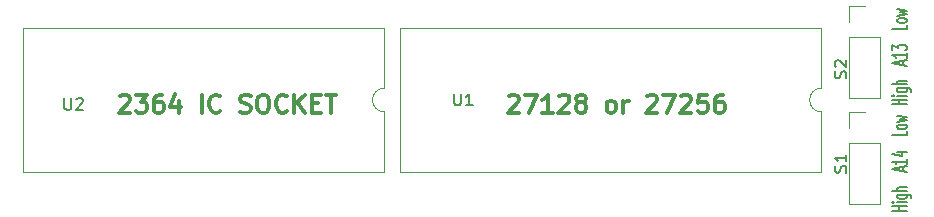
<source format=gto>
G04 #@! TF.GenerationSoftware,KiCad,Pcbnew,(5.1.9)-1*
G04 #@! TF.CreationDate,2022-11-26T13:47:33+09:00*
G04 #@! TF.ProjectId,ROM_SOCKET,524f4d5f-534f-4434-9b45-542e6b696361,rev?*
G04 #@! TF.SameCoordinates,PX53920b0PYad82f20*
G04 #@! TF.FileFunction,Legend,Top*
G04 #@! TF.FilePolarity,Positive*
%FSLAX46Y46*%
G04 Gerber Fmt 4.6, Leading zero omitted, Abs format (unit mm)*
G04 Created by KiCad (PCBNEW (5.1.9)-1) date 2022-11-26 13:47:33*
%MOMM*%
%LPD*%
G01*
G04 APERTURE LIST*
%ADD10C,0.175000*%
%ADD11C,0.300000*%
%ADD12C,0.120000*%
%ADD13C,0.150000*%
G04 APERTURE END LIST*
D10*
X76542857Y2000000D02*
X75342857Y2000000D01*
X75914285Y2000000D02*
X75914285Y2400000D01*
X76542857Y2400000D02*
X75342857Y2400000D01*
X76542857Y2733334D02*
X75742857Y2733334D01*
X75342857Y2733334D02*
X75400000Y2700000D01*
X75457142Y2733334D01*
X75400000Y2766667D01*
X75342857Y2733334D01*
X75457142Y2733334D01*
X75742857Y3366667D02*
X76714285Y3366667D01*
X76828571Y3333334D01*
X76885714Y3300000D01*
X76942857Y3233334D01*
X76942857Y3133334D01*
X76885714Y3066667D01*
X76485714Y3366667D02*
X76542857Y3300000D01*
X76542857Y3166667D01*
X76485714Y3100000D01*
X76428571Y3066667D01*
X76314285Y3033334D01*
X75971428Y3033334D01*
X75857142Y3066667D01*
X75800000Y3100000D01*
X75742857Y3166667D01*
X75742857Y3300000D01*
X75800000Y3366667D01*
X76542857Y3700000D02*
X75342857Y3700000D01*
X76542857Y4000000D02*
X75914285Y4000000D01*
X75800000Y3966667D01*
X75742857Y3900000D01*
X75742857Y3800000D01*
X75800000Y3733334D01*
X75857142Y3700000D01*
X76200000Y5366667D02*
X76200000Y5700000D01*
X76542857Y5300000D02*
X75342857Y5533334D01*
X76542857Y5766667D01*
X76542857Y6366667D02*
X76542857Y5966667D01*
X76542857Y6166667D02*
X75342857Y6166667D01*
X75514285Y6100000D01*
X75628571Y6033334D01*
X75685714Y5966667D01*
X75742857Y6966667D02*
X76542857Y6966667D01*
X75285714Y6800000D02*
X76142857Y6633334D01*
X76142857Y7066667D01*
X76542857Y8733334D02*
X76542857Y8400000D01*
X75342857Y8400000D01*
X76542857Y9066667D02*
X76485714Y9000000D01*
X76428571Y8966667D01*
X76314285Y8933334D01*
X75971428Y8933334D01*
X75857142Y8966667D01*
X75800000Y9000000D01*
X75742857Y9066667D01*
X75742857Y9166667D01*
X75800000Y9233334D01*
X75857142Y9266667D01*
X75971428Y9300000D01*
X76314285Y9300000D01*
X76428571Y9266667D01*
X76485714Y9233334D01*
X76542857Y9166667D01*
X76542857Y9066667D01*
X75742857Y9533334D02*
X76542857Y9666667D01*
X75971428Y9800000D01*
X76542857Y9933334D01*
X75742857Y10066667D01*
X76542857Y11000000D02*
X75342857Y11000000D01*
X75914285Y11000000D02*
X75914285Y11400000D01*
X76542857Y11400000D02*
X75342857Y11400000D01*
X76542857Y11733334D02*
X75742857Y11733334D01*
X75342857Y11733334D02*
X75400000Y11700000D01*
X75457142Y11733334D01*
X75400000Y11766667D01*
X75342857Y11733334D01*
X75457142Y11733334D01*
X75742857Y12366667D02*
X76714285Y12366667D01*
X76828571Y12333334D01*
X76885714Y12300000D01*
X76942857Y12233334D01*
X76942857Y12133334D01*
X76885714Y12066667D01*
X76485714Y12366667D02*
X76542857Y12300000D01*
X76542857Y12166667D01*
X76485714Y12100000D01*
X76428571Y12066667D01*
X76314285Y12033334D01*
X75971428Y12033334D01*
X75857142Y12066667D01*
X75800000Y12100000D01*
X75742857Y12166667D01*
X75742857Y12300000D01*
X75800000Y12366667D01*
X76542857Y12700000D02*
X75342857Y12700000D01*
X76542857Y13000000D02*
X75914285Y13000000D01*
X75800000Y12966667D01*
X75742857Y12900000D01*
X75742857Y12800000D01*
X75800000Y12733334D01*
X75857142Y12700000D01*
X76200000Y14366667D02*
X76200000Y14700000D01*
X76542857Y14300000D02*
X75342857Y14533334D01*
X76542857Y14766667D01*
X76542857Y15366667D02*
X76542857Y14966667D01*
X76542857Y15166667D02*
X75342857Y15166667D01*
X75514285Y15100000D01*
X75628571Y15033334D01*
X75685714Y14966667D01*
X75342857Y15600000D02*
X75342857Y16033334D01*
X75800000Y15800000D01*
X75800000Y15900000D01*
X75857142Y15966667D01*
X75914285Y16000000D01*
X76028571Y16033334D01*
X76314285Y16033334D01*
X76428571Y16000000D01*
X76485714Y15966667D01*
X76542857Y15900000D01*
X76542857Y15700000D01*
X76485714Y15633334D01*
X76428571Y15600000D01*
X76542857Y17733334D02*
X76542857Y17400000D01*
X75342857Y17400000D01*
X76542857Y18066667D02*
X76485714Y18000000D01*
X76428571Y17966667D01*
X76314285Y17933334D01*
X75971428Y17933334D01*
X75857142Y17966667D01*
X75800000Y18000000D01*
X75742857Y18066667D01*
X75742857Y18166667D01*
X75800000Y18233334D01*
X75857142Y18266667D01*
X75971428Y18300000D01*
X76314285Y18300000D01*
X76428571Y18266667D01*
X76485714Y18233334D01*
X76542857Y18166667D01*
X76542857Y18066667D01*
X75742857Y18533334D02*
X76542857Y18666667D01*
X75971428Y18800000D01*
X76542857Y18933334D01*
X75742857Y19066667D01*
D11*
X42857142Y11678572D02*
X42928571Y11750000D01*
X43071428Y11821429D01*
X43428571Y11821429D01*
X43571428Y11750000D01*
X43642857Y11678572D01*
X43714285Y11535715D01*
X43714285Y11392858D01*
X43642857Y11178572D01*
X42785714Y10321429D01*
X43714285Y10321429D01*
X44214285Y11821429D02*
X45214285Y11821429D01*
X44571428Y10321429D01*
X46571428Y10321429D02*
X45714285Y10321429D01*
X46142857Y10321429D02*
X46142857Y11821429D01*
X46000000Y11607143D01*
X45857142Y11464286D01*
X45714285Y11392858D01*
X47142857Y11678572D02*
X47214285Y11750000D01*
X47357142Y11821429D01*
X47714285Y11821429D01*
X47857142Y11750000D01*
X47928571Y11678572D01*
X48000000Y11535715D01*
X48000000Y11392858D01*
X47928571Y11178572D01*
X47071428Y10321429D01*
X48000000Y10321429D01*
X48857142Y11178572D02*
X48714285Y11250000D01*
X48642857Y11321429D01*
X48571428Y11464286D01*
X48571428Y11535715D01*
X48642857Y11678572D01*
X48714285Y11750000D01*
X48857142Y11821429D01*
X49142857Y11821429D01*
X49285714Y11750000D01*
X49357142Y11678572D01*
X49428571Y11535715D01*
X49428571Y11464286D01*
X49357142Y11321429D01*
X49285714Y11250000D01*
X49142857Y11178572D01*
X48857142Y11178572D01*
X48714285Y11107143D01*
X48642857Y11035715D01*
X48571428Y10892858D01*
X48571428Y10607143D01*
X48642857Y10464286D01*
X48714285Y10392858D01*
X48857142Y10321429D01*
X49142857Y10321429D01*
X49285714Y10392858D01*
X49357142Y10464286D01*
X49428571Y10607143D01*
X49428571Y10892858D01*
X49357142Y11035715D01*
X49285714Y11107143D01*
X49142857Y11178572D01*
X51428571Y10321429D02*
X51285714Y10392858D01*
X51214285Y10464286D01*
X51142857Y10607143D01*
X51142857Y11035715D01*
X51214285Y11178572D01*
X51285714Y11250000D01*
X51428571Y11321429D01*
X51642857Y11321429D01*
X51785714Y11250000D01*
X51857142Y11178572D01*
X51928571Y11035715D01*
X51928571Y10607143D01*
X51857142Y10464286D01*
X51785714Y10392858D01*
X51642857Y10321429D01*
X51428571Y10321429D01*
X52571428Y10321429D02*
X52571428Y11321429D01*
X52571428Y11035715D02*
X52642857Y11178572D01*
X52714285Y11250000D01*
X52857142Y11321429D01*
X53000000Y11321429D01*
X54571428Y11678572D02*
X54642857Y11750000D01*
X54785714Y11821429D01*
X55142857Y11821429D01*
X55285714Y11750000D01*
X55357142Y11678572D01*
X55428571Y11535715D01*
X55428571Y11392858D01*
X55357142Y11178572D01*
X54500000Y10321429D01*
X55428571Y10321429D01*
X55928571Y11821429D02*
X56928571Y11821429D01*
X56285714Y10321429D01*
X57428571Y11678572D02*
X57500000Y11750000D01*
X57642857Y11821429D01*
X58000000Y11821429D01*
X58142857Y11750000D01*
X58214285Y11678572D01*
X58285714Y11535715D01*
X58285714Y11392858D01*
X58214285Y11178572D01*
X57357142Y10321429D01*
X58285714Y10321429D01*
X59642857Y11821429D02*
X58928571Y11821429D01*
X58857142Y11107143D01*
X58928571Y11178572D01*
X59071428Y11250000D01*
X59428571Y11250000D01*
X59571428Y11178572D01*
X59642857Y11107143D01*
X59714285Y10964286D01*
X59714285Y10607143D01*
X59642857Y10464286D01*
X59571428Y10392858D01*
X59428571Y10321429D01*
X59071428Y10321429D01*
X58928571Y10392858D01*
X58857142Y10464286D01*
X61000000Y11821429D02*
X60714285Y11821429D01*
X60571428Y11750000D01*
X60500000Y11678572D01*
X60357142Y11464286D01*
X60285714Y11178572D01*
X60285714Y10607143D01*
X60357142Y10464286D01*
X60428571Y10392858D01*
X60571428Y10321429D01*
X60857142Y10321429D01*
X61000000Y10392858D01*
X61071428Y10464286D01*
X61142857Y10607143D01*
X61142857Y10964286D01*
X61071428Y11107143D01*
X61000000Y11178572D01*
X60857142Y11250000D01*
X60571428Y11250000D01*
X60428571Y11178572D01*
X60357142Y11107143D01*
X60285714Y10964286D01*
X9928571Y11678572D02*
X9999999Y11750000D01*
X10142857Y11821429D01*
X10499999Y11821429D01*
X10642857Y11750000D01*
X10714285Y11678572D01*
X10785714Y11535715D01*
X10785714Y11392858D01*
X10714285Y11178572D01*
X9857142Y10321429D01*
X10785714Y10321429D01*
X11285714Y11821429D02*
X12214285Y11821429D01*
X11714285Y11250000D01*
X11928571Y11250000D01*
X12071428Y11178572D01*
X12142857Y11107143D01*
X12214285Y10964286D01*
X12214285Y10607143D01*
X12142857Y10464286D01*
X12071428Y10392858D01*
X11928571Y10321429D01*
X11499999Y10321429D01*
X11357142Y10392858D01*
X11285714Y10464286D01*
X13499999Y11821429D02*
X13214285Y11821429D01*
X13071428Y11750000D01*
X12999999Y11678572D01*
X12857142Y11464286D01*
X12785714Y11178572D01*
X12785714Y10607143D01*
X12857142Y10464286D01*
X12928571Y10392858D01*
X13071428Y10321429D01*
X13357142Y10321429D01*
X13499999Y10392858D01*
X13571428Y10464286D01*
X13642857Y10607143D01*
X13642857Y10964286D01*
X13571428Y11107143D01*
X13499999Y11178572D01*
X13357142Y11250000D01*
X13071428Y11250000D01*
X12928571Y11178572D01*
X12857142Y11107143D01*
X12785714Y10964286D01*
X14928571Y11321429D02*
X14928571Y10321429D01*
X14571428Y11892858D02*
X14214285Y10821429D01*
X15142857Y10821429D01*
X16857142Y10321429D02*
X16857142Y11821429D01*
X18428571Y10464286D02*
X18357142Y10392858D01*
X18142857Y10321429D01*
X17999999Y10321429D01*
X17785714Y10392858D01*
X17642857Y10535715D01*
X17571428Y10678572D01*
X17499999Y10964286D01*
X17499999Y11178572D01*
X17571428Y11464286D01*
X17642857Y11607143D01*
X17785714Y11750000D01*
X17999999Y11821429D01*
X18142857Y11821429D01*
X18357142Y11750000D01*
X18428571Y11678572D01*
X20142857Y10392858D02*
X20357142Y10321429D01*
X20714285Y10321429D01*
X20857142Y10392858D01*
X20928571Y10464286D01*
X20999999Y10607143D01*
X20999999Y10750000D01*
X20928571Y10892858D01*
X20857142Y10964286D01*
X20714285Y11035715D01*
X20428571Y11107143D01*
X20285714Y11178572D01*
X20214285Y11250000D01*
X20142857Y11392858D01*
X20142857Y11535715D01*
X20214285Y11678572D01*
X20285714Y11750000D01*
X20428571Y11821429D01*
X20785714Y11821429D01*
X20999999Y11750000D01*
X21928571Y11821429D02*
X22214285Y11821429D01*
X22357142Y11750000D01*
X22499999Y11607143D01*
X22571428Y11321429D01*
X22571428Y10821429D01*
X22499999Y10535715D01*
X22357142Y10392858D01*
X22214285Y10321429D01*
X21928571Y10321429D01*
X21785714Y10392858D01*
X21642857Y10535715D01*
X21571428Y10821429D01*
X21571428Y11321429D01*
X21642857Y11607143D01*
X21785714Y11750000D01*
X21928571Y11821429D01*
X24071428Y10464286D02*
X23999999Y10392858D01*
X23785714Y10321429D01*
X23642857Y10321429D01*
X23428571Y10392858D01*
X23285714Y10535715D01*
X23214285Y10678572D01*
X23142857Y10964286D01*
X23142857Y11178572D01*
X23214285Y11464286D01*
X23285714Y11607143D01*
X23428571Y11750000D01*
X23642857Y11821429D01*
X23785714Y11821429D01*
X23999999Y11750000D01*
X24071428Y11678572D01*
X24714285Y10321429D02*
X24714285Y11821429D01*
X25571428Y10321429D02*
X24928571Y11178572D01*
X25571428Y11821429D02*
X24714285Y10964286D01*
X26214285Y11107143D02*
X26714285Y11107143D01*
X26928571Y10321429D02*
X26214285Y10321429D01*
X26214285Y11821429D01*
X26928571Y11821429D01*
X27357142Y11821429D02*
X28214285Y11821429D01*
X27785714Y10321429D02*
X27785714Y11821429D01*
D12*
X71670000Y10330000D02*
X73000000Y10330000D01*
X71670000Y9000000D02*
X71670000Y10330000D01*
X71670000Y7730000D02*
X74330000Y7730000D01*
X74330000Y7730000D02*
X74330000Y2590000D01*
X71670000Y7730000D02*
X71670000Y2590000D01*
X71670000Y2590000D02*
X74330000Y2590000D01*
X71670000Y11590000D02*
X74330000Y11590000D01*
X71670000Y16730000D02*
X71670000Y11590000D01*
X74330000Y16730000D02*
X74330000Y11590000D01*
X71670000Y16730000D02*
X74330000Y16730000D01*
X71670000Y18000000D02*
X71670000Y19330000D01*
X71670000Y19330000D02*
X73000000Y19330000D01*
X69330000Y12380000D02*
X69330000Y17440000D01*
X69330000Y17440000D02*
X33650000Y17440000D01*
X33650000Y17440000D02*
X33650000Y5320000D01*
X33650000Y5320000D02*
X69330000Y5320000D01*
X69330000Y5320000D02*
X69330000Y10380000D01*
X69330000Y10380000D02*
G75*
G02*
X69330000Y12380000I0J1000000D01*
G01*
X32330000Y12380000D02*
X32330000Y17440000D01*
X32330000Y17440000D02*
X1730000Y17440000D01*
X1730000Y17440000D02*
X1730000Y5320000D01*
X1730000Y5320000D02*
X32330000Y5320000D01*
X32330000Y5320000D02*
X32330000Y10380000D01*
X32330000Y10380000D02*
G75*
G02*
X32330000Y12380000I0J1000000D01*
G01*
D13*
X71404761Y5238096D02*
X71452380Y5380953D01*
X71452380Y5619048D01*
X71404761Y5714286D01*
X71357142Y5761905D01*
X71261904Y5809524D01*
X71166666Y5809524D01*
X71071428Y5761905D01*
X71023809Y5714286D01*
X70976190Y5619048D01*
X70928571Y5428572D01*
X70880952Y5333334D01*
X70833333Y5285715D01*
X70738095Y5238096D01*
X70642857Y5238096D01*
X70547619Y5285715D01*
X70500000Y5333334D01*
X70452380Y5428572D01*
X70452380Y5666667D01*
X70500000Y5809524D01*
X71452380Y6761905D02*
X71452380Y6190477D01*
X71452380Y6476191D02*
X70452380Y6476191D01*
X70595238Y6380953D01*
X70690476Y6285715D01*
X70738095Y6190477D01*
X71404761Y13238096D02*
X71452380Y13380953D01*
X71452380Y13619048D01*
X71404761Y13714286D01*
X71357142Y13761905D01*
X71261904Y13809524D01*
X71166666Y13809524D01*
X71071428Y13761905D01*
X71023809Y13714286D01*
X70976190Y13619048D01*
X70928571Y13428572D01*
X70880952Y13333334D01*
X70833333Y13285715D01*
X70738095Y13238096D01*
X70642857Y13238096D01*
X70547619Y13285715D01*
X70500000Y13333334D01*
X70452380Y13428572D01*
X70452380Y13666667D01*
X70500000Y13809524D01*
X70547619Y14190477D02*
X70500000Y14238096D01*
X70452380Y14333334D01*
X70452380Y14571429D01*
X70500000Y14666667D01*
X70547619Y14714286D01*
X70642857Y14761905D01*
X70738095Y14761905D01*
X70880952Y14714286D01*
X71452380Y14142858D01*
X71452380Y14761905D01*
X38238095Y11927620D02*
X38238095Y11118096D01*
X38285714Y11022858D01*
X38333333Y10975239D01*
X38428571Y10927620D01*
X38619047Y10927620D01*
X38714285Y10975239D01*
X38761904Y11022858D01*
X38809523Y11118096D01*
X38809523Y11927620D01*
X39809523Y10927620D02*
X39238095Y10927620D01*
X39523809Y10927620D02*
X39523809Y11927620D01*
X39428571Y11784762D01*
X39333333Y11689524D01*
X39238095Y11641905D01*
X5238095Y11547620D02*
X5238095Y10738096D01*
X5285714Y10642858D01*
X5333333Y10595239D01*
X5428571Y10547620D01*
X5619047Y10547620D01*
X5714285Y10595239D01*
X5761904Y10642858D01*
X5809523Y10738096D01*
X5809523Y11547620D01*
X6238095Y11452381D02*
X6285714Y11500000D01*
X6380952Y11547620D01*
X6619047Y11547620D01*
X6714285Y11500000D01*
X6761904Y11452381D01*
X6809523Y11357143D01*
X6809523Y11261905D01*
X6761904Y11119048D01*
X6190476Y10547620D01*
X6809523Y10547620D01*
M02*

</source>
